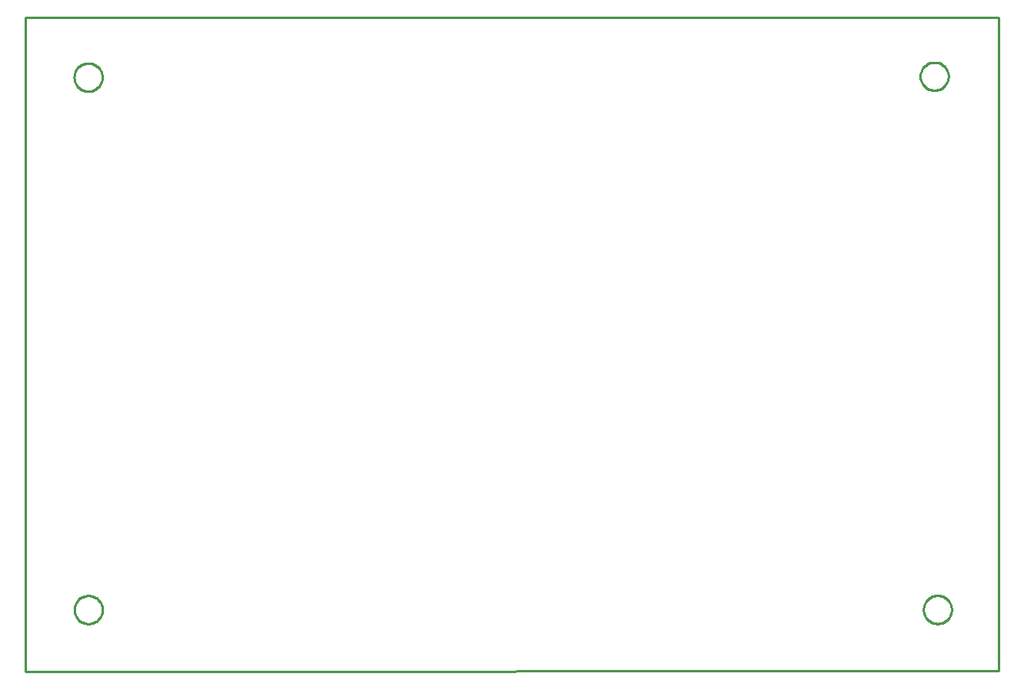
<source format=gbr>
G04 EAGLE Gerber RS-274X export*
G75*
%MOMM*%
%FSLAX34Y34*%
%LPD*%
%IN*%
%IPPOS*%
%AMOC8*
5,1,8,0,0,1.08239X$1,22.5*%
G01*
%ADD10C,0.254000*%


D10*
X0Y0D02*
X1038600Y320D01*
X1038600Y698500D01*
X0Y698500D01*
X0Y0D01*
X988440Y65444D02*
X988364Y64376D01*
X988211Y63315D01*
X987983Y62268D01*
X987681Y61240D01*
X987307Y60236D01*
X986862Y59261D01*
X986348Y58321D01*
X985769Y57420D01*
X985127Y56562D01*
X984425Y55752D01*
X983668Y54995D01*
X982858Y54293D01*
X982000Y53651D01*
X981099Y53072D01*
X980159Y52558D01*
X979184Y52113D01*
X978180Y51739D01*
X977152Y51437D01*
X976105Y51209D01*
X975044Y51056D01*
X973976Y50980D01*
X972904Y50980D01*
X971836Y51056D01*
X970775Y51209D01*
X969728Y51437D01*
X968700Y51739D01*
X967696Y52113D01*
X966721Y52558D01*
X965781Y53072D01*
X964880Y53651D01*
X964022Y54293D01*
X963212Y54995D01*
X962455Y55752D01*
X961753Y56562D01*
X961111Y57420D01*
X960532Y58321D01*
X960018Y59261D01*
X959573Y60236D01*
X959199Y61240D01*
X958897Y62268D01*
X958669Y63315D01*
X958516Y64376D01*
X958440Y65444D01*
X958440Y66516D01*
X958516Y67584D01*
X958669Y68645D01*
X958897Y69692D01*
X959199Y70720D01*
X959573Y71724D01*
X960018Y72699D01*
X960532Y73639D01*
X961111Y74540D01*
X961753Y75398D01*
X962455Y76208D01*
X963212Y76965D01*
X964022Y77667D01*
X964880Y78309D01*
X965781Y78888D01*
X966721Y79402D01*
X967696Y79847D01*
X968700Y80221D01*
X969728Y80523D01*
X970775Y80751D01*
X971836Y80904D01*
X972904Y80980D01*
X973976Y80980D01*
X975044Y80904D01*
X976105Y80751D01*
X977152Y80523D01*
X978180Y80221D01*
X979184Y79847D01*
X980159Y79402D01*
X981099Y78888D01*
X982000Y78309D01*
X982858Y77667D01*
X983668Y76965D01*
X984425Y76208D01*
X985127Y75398D01*
X985769Y74540D01*
X986348Y73639D01*
X986862Y72699D01*
X987307Y71724D01*
X987681Y70720D01*
X987983Y69692D01*
X988211Y68645D01*
X988364Y67584D01*
X988440Y66516D01*
X988440Y65444D01*
X81820Y633924D02*
X81744Y632856D01*
X81591Y631795D01*
X81363Y630748D01*
X81061Y629720D01*
X80687Y628716D01*
X80242Y627741D01*
X79728Y626801D01*
X79149Y625900D01*
X78507Y625042D01*
X77805Y624232D01*
X77048Y623475D01*
X76238Y622773D01*
X75380Y622131D01*
X74479Y621552D01*
X73539Y621038D01*
X72564Y620593D01*
X71560Y620219D01*
X70532Y619917D01*
X69485Y619689D01*
X68424Y619536D01*
X67356Y619460D01*
X66284Y619460D01*
X65216Y619536D01*
X64155Y619689D01*
X63108Y619917D01*
X62080Y620219D01*
X61076Y620593D01*
X60101Y621038D01*
X59161Y621552D01*
X58260Y622131D01*
X57402Y622773D01*
X56592Y623475D01*
X55835Y624232D01*
X55133Y625042D01*
X54491Y625900D01*
X53912Y626801D01*
X53398Y627741D01*
X52953Y628716D01*
X52579Y629720D01*
X52277Y630748D01*
X52049Y631795D01*
X51896Y632856D01*
X51820Y633924D01*
X51820Y634996D01*
X51896Y636064D01*
X52049Y637125D01*
X52277Y638172D01*
X52579Y639200D01*
X52953Y640204D01*
X53398Y641179D01*
X53912Y642119D01*
X54491Y643020D01*
X55133Y643878D01*
X55835Y644688D01*
X56592Y645445D01*
X57402Y646147D01*
X58260Y646789D01*
X59161Y647368D01*
X60101Y647882D01*
X61076Y648327D01*
X62080Y648701D01*
X63108Y649003D01*
X64155Y649231D01*
X65216Y649384D01*
X66284Y649460D01*
X67356Y649460D01*
X68424Y649384D01*
X69485Y649231D01*
X70532Y649003D01*
X71560Y648701D01*
X72564Y648327D01*
X73539Y647882D01*
X74479Y647368D01*
X75380Y646789D01*
X76238Y646147D01*
X77048Y645445D01*
X77805Y644688D01*
X78507Y643878D01*
X79149Y643020D01*
X79728Y642119D01*
X80242Y641179D01*
X80687Y640204D01*
X81061Y639200D01*
X81363Y638172D01*
X81591Y637125D01*
X81744Y636064D01*
X81820Y634996D01*
X81820Y633924D01*
X82020Y65294D02*
X81944Y64226D01*
X81791Y63165D01*
X81563Y62118D01*
X81261Y61090D01*
X80887Y60086D01*
X80442Y59111D01*
X79928Y58171D01*
X79349Y57270D01*
X78707Y56412D01*
X78005Y55602D01*
X77248Y54845D01*
X76438Y54143D01*
X75580Y53501D01*
X74679Y52922D01*
X73739Y52408D01*
X72764Y51963D01*
X71760Y51589D01*
X70732Y51287D01*
X69685Y51059D01*
X68624Y50906D01*
X67556Y50830D01*
X66484Y50830D01*
X65416Y50906D01*
X64355Y51059D01*
X63308Y51287D01*
X62280Y51589D01*
X61276Y51963D01*
X60301Y52408D01*
X59361Y52922D01*
X58460Y53501D01*
X57602Y54143D01*
X56792Y54845D01*
X56035Y55602D01*
X55333Y56412D01*
X54691Y57270D01*
X54112Y58171D01*
X53598Y59111D01*
X53153Y60086D01*
X52779Y61090D01*
X52477Y62118D01*
X52249Y63165D01*
X52096Y64226D01*
X52020Y65294D01*
X52020Y66366D01*
X52096Y67434D01*
X52249Y68495D01*
X52477Y69542D01*
X52779Y70570D01*
X53153Y71574D01*
X53598Y72549D01*
X54112Y73489D01*
X54691Y74390D01*
X55333Y75248D01*
X56035Y76058D01*
X56792Y76815D01*
X57602Y77517D01*
X58460Y78159D01*
X59361Y78738D01*
X60301Y79252D01*
X61276Y79697D01*
X62280Y80071D01*
X63308Y80373D01*
X64355Y80601D01*
X65416Y80754D01*
X66484Y80830D01*
X67556Y80830D01*
X68624Y80754D01*
X69685Y80601D01*
X70732Y80373D01*
X71760Y80071D01*
X72764Y79697D01*
X73739Y79252D01*
X74679Y78738D01*
X75580Y78159D01*
X76438Y77517D01*
X77248Y76815D01*
X78005Y76058D01*
X78707Y75248D01*
X79349Y74390D01*
X79928Y73489D01*
X80442Y72549D01*
X80887Y71574D01*
X81261Y70570D01*
X81563Y69542D01*
X81791Y68495D01*
X81944Y67434D01*
X82020Y66366D01*
X82020Y65294D01*
X985000Y634864D02*
X984924Y633796D01*
X984771Y632735D01*
X984543Y631688D01*
X984241Y630660D01*
X983867Y629656D01*
X983422Y628681D01*
X982908Y627741D01*
X982329Y626840D01*
X981687Y625982D01*
X980985Y625172D01*
X980228Y624415D01*
X979418Y623713D01*
X978560Y623071D01*
X977659Y622492D01*
X976719Y621978D01*
X975744Y621533D01*
X974740Y621159D01*
X973712Y620857D01*
X972665Y620629D01*
X971604Y620476D01*
X970536Y620400D01*
X969464Y620400D01*
X968396Y620476D01*
X967335Y620629D01*
X966288Y620857D01*
X965260Y621159D01*
X964256Y621533D01*
X963281Y621978D01*
X962341Y622492D01*
X961440Y623071D01*
X960582Y623713D01*
X959772Y624415D01*
X959015Y625172D01*
X958313Y625982D01*
X957671Y626840D01*
X957092Y627741D01*
X956578Y628681D01*
X956133Y629656D01*
X955759Y630660D01*
X955457Y631688D01*
X955229Y632735D01*
X955076Y633796D01*
X955000Y634864D01*
X955000Y635936D01*
X955076Y637004D01*
X955229Y638065D01*
X955457Y639112D01*
X955759Y640140D01*
X956133Y641144D01*
X956578Y642119D01*
X957092Y643059D01*
X957671Y643960D01*
X958313Y644818D01*
X959015Y645628D01*
X959772Y646385D01*
X960582Y647087D01*
X961440Y647729D01*
X962341Y648308D01*
X963281Y648822D01*
X964256Y649267D01*
X965260Y649641D01*
X966288Y649943D01*
X967335Y650171D01*
X968396Y650324D01*
X969464Y650400D01*
X970536Y650400D01*
X971604Y650324D01*
X972665Y650171D01*
X973712Y649943D01*
X974740Y649641D01*
X975744Y649267D01*
X976719Y648822D01*
X977659Y648308D01*
X978560Y647729D01*
X979418Y647087D01*
X980228Y646385D01*
X980985Y645628D01*
X981687Y644818D01*
X982329Y643960D01*
X982908Y643059D01*
X983422Y642119D01*
X983867Y641144D01*
X984241Y640140D01*
X984543Y639112D01*
X984771Y638065D01*
X984924Y637004D01*
X985000Y635936D01*
X985000Y634864D01*
M02*

</source>
